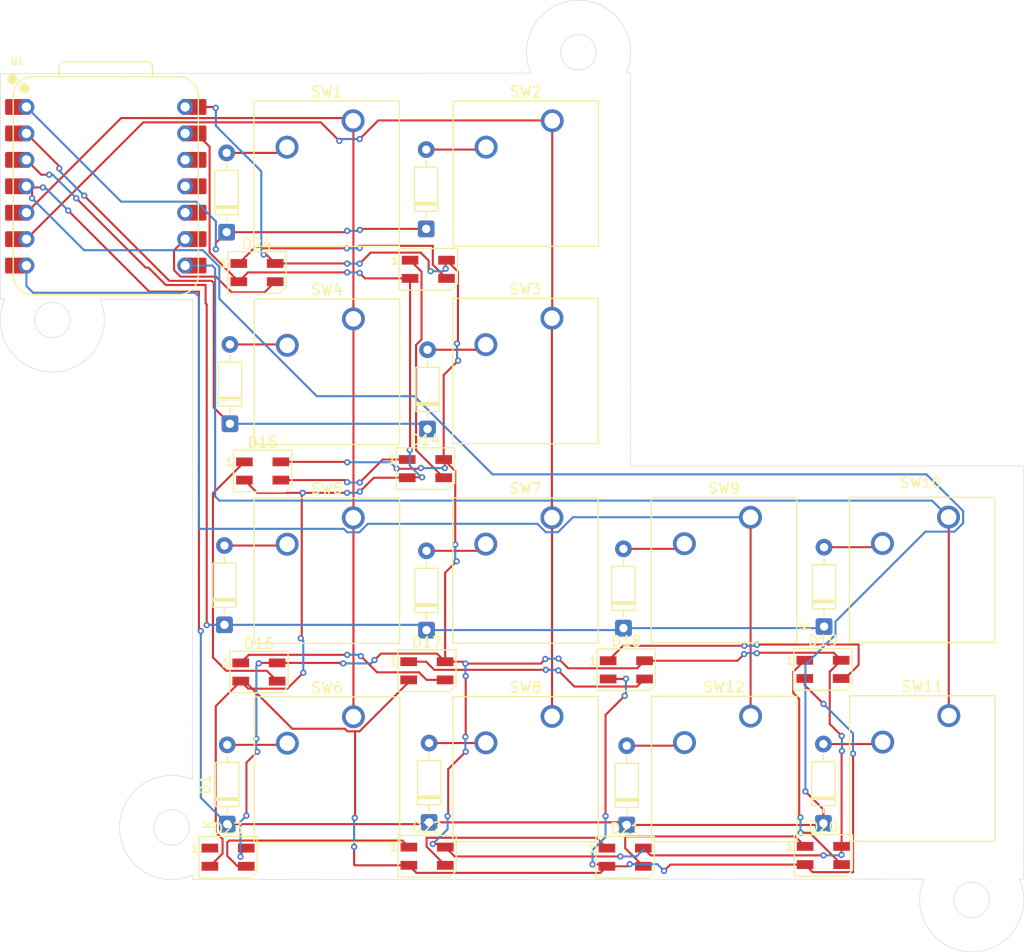
<source format=kicad_pcb>
(kicad_pcb (version 20241229) (generator "pcbnew") (generator_version "9.0")
  (layers (0 "F.Cu" signal) (2 "B.Cu" signal) (13 "F.Paste" user) (15 "B.Paste" user) (5 "F.SilkS" user "F.Silkscreen") (7 "B.SilkS" user "B.Silkscreen") (1 "F.Mask" user) (3 "B.Mask" user) (25 "Edge.Cuts" user))
  (net 0 "")
  (net 1 "Net-(D1-A)")
  (net 2 "row3")
  (net 3 "Net-(D2-A)")
  (net 4 "Net-(D3-A)")
  (net 5 "Net-(D4-A)")
  (net 6 "Net-(D5-A)")
  (net 7 "Net-(D6-A)")
  (net 8 "row2")
  (net 9 "Net-(D7-A)")
  (net 10 "Net-(D8-A)")
  (net 11 "row1")
  (net 12 "Net-(D9-A)")
  (net 13 "Net-(D10-A)")
  (net 14 "Net-(D11-A)")
  (net 15 "Net-(D12-A)")
  (net 16 "row4")
  (net 17 "+5V")
  (net 18 "Net-(D13-DOUT)")
  (net 19 "Net-(D13-DIN)")
  (net 20 "GND")
  (net 21 "Net-(D14-DOUT)")
  (net 22 "Net-(D15-DOUT)")
  (net 23 "Net-(D16-DOUT)")
  (net 24 "Net-(D17-DOUT)")
  (net 25 "Net-(D18-DOUT)")
  (net 26 "Net-(D19-DOUT)")
  (net 27 "Net-(D20-DOUT)")
  (net 28 "Net-(D21-DOUT)")
  (net 29 "Net-(D22-DOUT)")
  (net 31 "Net-(D24-DIN)")
  (net 32 "col1")
  (net 33 "col2")
  (net 34 "col3")
  (net 35 "col4")
  (footprint "Button_Switch_Keyboard:SW_Cherry_MX_1.00u_PCB" (layer "F.Cu") (at 142.385 91.4975)
    (property "Reference" "SW8")
    (property "Value" "SW_Push")
  )
  (footprint "LED_SMD:LED_SK6812MINI_PLCC4_3.5x3.5mm_P1.75mm" (layer "F.Cu") (at 149.402 105.028)
    (property "Reference" "D21")
    (property "Value" "SK6812MINI")
  )
  (footprint "Diode_THT:D_DO-35_SOD27_P7.62mm_Horizontal" (layer "F.Cu") (at 130.426 63.8815 90)
    (property "Reference" "D10" (hide yes))
    (property "Value" "1N4148")
  )
  (footprint "Button_Switch_Keyboard:SW_Cherry_MX_1.00u_PCB" (layer "F.Cu") (at 161.454 91.4725)
    (property "Reference" "SW12")
    (property "Value" "SW_Push")
  )
  (footprint "Button_Switch_Keyboard:SW_Cherry_MX_1.00u_PCB" (layer "F.Cu") (at 123.279 34.2605)
    (property "Reference" "SW1")
    (property "Value" "SW_Push")
  )
  (footprint "Button_Switch_Keyboard:SW_Cherry_MX_1.00u_PCB" (layer "F.Cu") (at 123.307 53.2975)
    (property "Reference" "SW4")
    (property "Value" "SW_Push")
  )
  (footprint "Diode_THT:D_DO-35_SOD27_P7.62mm_Horizontal" (layer "F.Cu") (at 111.448 63.3765 90)
    (property "Reference" "D7" (hide yes))
    (property "Value" "1N4148")
  )
  (footprint "Button_Switch_Keyboard:SW_Cherry_MX_1.00u_PCB" (layer "F.Cu") (at 180.467 72.3445)
    (property "Reference" "SW10")
    (property "Value" "SW_Push")
  )
  (footprint "Diode_THT:D_DO-35_SOD27_P7.62mm_Horizontal" (layer "F.Cu") (at 149.558 101.9315 90)
    (property "Reference" "D5" (hide yes))
    (property "Value" "1N4148")
  )
  (footprint "Button_Switch_Keyboard:SW_Cherry_MX_1.00u_PCB" (layer "F.Cu") (at 161.444 72.3625)
    (property "Reference" "SW9")
    (property "Value" "SW_Push")
  )
  (footprint "Diode_THT:D_DO-35_SOD27_P7.62mm_Horizontal" (layer "F.Cu") (at 168.509 82.8595 90)
    (property "Reference" "D11" (hide yes))
    (property "Value" "1N4148")
  )
  (footprint "Diode_THT:D_DO-35_SOD27_P7.62mm_Horizontal" (layer "F.Cu") (at 111.191 101.8515 90)
    (property "Reference" "D1")
    (property "Value" "1N4148")
  )
  (footprint "LED_SMD:LED_SK6812MINI_PLCC4_3.5x3.5mm_P1.75mm" (layer "F.Cu") (at 111.269 105.029)
    (property "Reference" "D23")
    (property "Value" "SK6812MINI")
  )
  (footprint "LED_SMD:LED_SK6812MINI_PLCC4_3.5x3.5mm_P1.75mm" (layer "F.Cu") (at 168.406 86.981)
    (property "Reference" "D19")
    (property "Value" "SK6812MINI")
  )
  (footprint "LED_SMD:LED_SK6812MINI_PLCC4_3.5x3.5mm_P1.75mm" (layer "F.Cu") (at 130.228 67.689)
    (property "Reference" "D14")
    (property "Value" "SK6812MINI")
  )
  (footprint "Diode_THT:D_DO-35_SOD27_P7.62mm_Horizontal" (layer "F.Cu") (at 149.243 83.0165 90)
    (property "Reference" "D6" (hide yes))
    (property "Value" "1N4148")
  )
  (footprint "Diode_THT:D_DO-35_SOD27_P7.62mm_Horizontal" (layer "F.Cu") (at 130.328 83.2055 90)
    (property "Reference" "D4" (hide yes))
    (property "Value" "1N4148")
  )
  (footprint "LED_SMD:LED_SK6812MINI_PLCC4_3.5x3.5mm_P1.75mm" (layer "F.Cu") (at 114.235 87.233)
    (property "Reference" "D16")
    (property "Value" "SK6812MINI")
  )
  (footprint "LED_SMD:LED_SK6812MINI_PLCC4_3.5x3.5mm_P1.75mm" (layer "F.Cu") (at 114.047 48.848)
    (property "Reference" "D24")
    (property "Value" "SK6812MINI")
  )
  (footprint "Diode_THT:D_DO-35_SOD27_P7.62mm_Horizontal" (layer "F.Cu") (at 130.58 101.6795 90)
    (property "Reference" "D3" (hide yes))
    (property "Value" "1N4148")
  )
  (footprint "Diode_THT:D_DO-35_SOD27_P7.62mm_Horizontal" (layer "F.Cu") (at 130.3 44.6505 90)
    (property "Reference" "D9" (hide yes))
    (property "Value" "1N4148")
  )
  (footprint "Button_Switch_Keyboard:SW_Cherry_MX_1.00u_PCB" (layer "F.Cu") (at 123.313 91.5335)
    (property "Reference" "SW6")
    (property "Value" "SW_Push")
  )
  (footprint "Diode_THT:D_DO-35_SOD27_P7.62mm_Horizontal" (layer "F.Cu") (at 111.133 44.9665 90)
    (property "Reference" "D8" (hide yes))
    (property "Value" "1N4148")
  )
  (footprint "Diode_THT:D_DO-35_SOD27_P7.62mm_Horizontal" (layer "F.Cu") (at 168.446 101.7745 90)
    (property "Reference" "D12" (hide yes))
    (property "Value" "1N4148")
  )
  (footprint "Button_Switch_Keyboard:SW_Cherry_MX_1.00u_PCB" (layer "F.Cu") (at 180.49 91.4265)
    (property "Reference" "SW11")
    (property "Value" "SW_Push")
  )
  (footprint "Button_Switch_Keyboard:SW_Cherry_MX_1.00u_PCB" (layer "F.Cu") (at 142.404 34.259)
    (property "Reference" "SW2")
    (property "Value" "SW_Push")
  )
  (footprint "lib2:XIAO-RP2040-DIP" (layer "F.Cu") (at 99.523 40.557)
    (property "Reference" "U1")
    (property "Value" "XIAO-RP2040-DIP")
  )
  (footprint "LED_SMD:LED_SK6812MINI_PLCC4_3.5x3.5mm_P1.75mm" (layer "F.Cu") (at 130.384 104.934)
    (property "Reference" "D22")
    (property "Value" "SK6812MINI")
  )
  (footprint "LED_SMD:LED_SK6812MINI_PLCC4_3.5x3.5mm_P1.75mm" (layer "F.Cu") (at 168.443 104.864)
    (property "Reference" "D20")
    (property "Value" "SK6812MINI")
  )
  (footprint "Button_Switch_Keyboard:SW_Cherry_MX_1.00u_PCB" (layer "F.Cu") (at 142.37 72.3985)
    (property "Reference" "SW7")
    (property "Value" "SW_Push")
  )
  (footprint "Diode_THT:D_DO-35_SOD27_P7.62mm_Horizontal" (layer "F.Cu") (at 110.919 82.7005 90)
    (property "Reference" "D2" (hide yes))
    (property "Value" "1N4148")
  )
  (footprint "LED_SMD:LED_SK6812MINI_PLCC4_3.5x3.5mm_P1.75mm" (layer "F.Cu") (at 130.364 87.116)
    (property "Reference" "D17")
    (property "Value" "SK6812MINI")
  )
  (footprint "LED_SMD:LED_SK6812MINI_PLCC4_3.5x3.5mm_P1.75mm" (layer "F.Cu") (at 114.588 67.915)
    (property "Reference" "D15")
    (property "Value" "SK6812MINI")
  )
  (footprint "LED_SMD:LED_SK6812MINI_PLCC4_3.5x3.5mm_P1.75mm" (layer "F.Cu") (at 130.499 48.533)
    (property "Reference" "D13" (hide yes))
    (property "Value" "SK6812MINI")
  )
  (footprint "Button_Switch_Keyboard:SW_Cherry_MX_1.00u_PCB" (layer "F.Cu") (at 142.377 53.2325)
    (property "Reference" "SW3")
    (property "Value" "SW_Push")
  )
  (footprint "LED_SMD:LED_SK6812MINI_PLCC4_3.5x3.5mm_P1.75mm" (layer "F.Cu") (at 149.52 87.026)
    (property "Reference" "D18")
    (property "Value" "SK6812MINI")
  )
  (footprint "Button_Switch_Keyboard:SW_Cherry_MX_1.00u_PCB" (layer "F.Cu") (at 123.297 72.4115)
    (property "Reference" "SW5")
    (property "Value" "SW_Push")
  )
  (gr_arc (start 107.831531 106.753399) (mid 100.842496 102.165236) (end 107.84 97.59) (stroke (width 0.05)) (layer "Edge.Cuts"))
  (gr_line (start 89.389 32.721) (end 89.390312 32.303003) (stroke (width 0.05)) (layer "Edge.Cuts"))
  (gr_circle (center 94.39 53.41) (end 95.92 54.15) (stroke (width 0.05)) (fill no) (layer "Edge.Cuts"))
  (gr_line (start 187.688739 104.547115) (end 187.689 104.124) (stroke (width 0.05)) (layer "Edge.Cuts"))
  (gr_line (start 107.84 97.59) (end 107.869 51.416) (stroke (width 0.05)) (layer "Edge.Cuts"))
  (gr_line (start 110.410105 107.168242) (end 107.834399 107.169709) (stroke (width 0.05)) (layer "Edge.Cuts"))
  (gr_line (start 89.390312 32.303003) (end 89.39 29.722977) (stroke (width 0.05)) (layer "Edge.Cuts"))
  (gr_line (start 178.11 107.13) (end 110.835 107.168) (stroke (width 0.05)) (layer "Edge.Cuts"))
  (gr_arc (start 98.972519 51.418906) (mid 94.386844 58.406391) (end 89.81 51.413119) (stroke (width 0.05)) (layer "Edge.Cuts"))
  (gr_line (start 149.929 67.44) (end 187.689 67.44) (stroke (width 0.05)) (layer "Edge.Cuts"))
  (gr_circle (center 144.92 27.68) (end 146.55 28.18) (stroke (width 0.05)) (fill no) (layer "Edge.Cuts"))
  (gr_line (start 149.922 29.683) (end 149.929 67.44) (stroke (width 0.05)) (layer "Edge.Cuts"))
  (gr_line (start 110.410105 107.168242) (end 110.835 107.168) (stroke (width 0.05)) (layer "Edge.Cuts"))
  (gr_line (start 98.972519 51.418907) (end 107.869 51.416) (stroke (width 0.05)) (layer "Edge.Cuts"))
  (gr_line (start 187.689 104.124) (end 187.689 67.44) (stroke (width 0.05)) (layer "Edge.Cuts"))
  (gr_line (start 107.834399 107.169709) (end 107.83153 106.753399) (stroke (width 0.05)) (layer "Edge.Cuts"))
  (gr_line (start 149.5 29.683) (end 149.922 29.683) (stroke (width 0.05)) (layer "Edge.Cuts"))
  (gr_line (start 89.39 29.722977) (end 91.97292 29.721275) (stroke (width 0.05)) (layer "Edge.Cuts"))
  (gr_line (start 92.389 29.721) (end 91.97292 29.721275) (stroke (width 0.05)) (layer "Edge.Cuts"))
  (gr_line (start 89.388997 48.76) (end 89.388997 51.41) (stroke (width 0.05)) (layer "Edge.Cuts"))
  (gr_line (start 140.340505 29.683) (end 92.389 29.721) (stroke (width 0.05)) (layer "Edge.Cuts"))
  (gr_line (start 187.27 107.13) (end 187.690002 107.13) (stroke (width 0.05)) (layer "Edge.Cuts"))
  (gr_arc (start 187.27 107.13) (mid 182.69 114.127639) (end 178.11 107.13) (stroke (width 0.05)) (layer "Edge.Cuts"))
  (gr_arc (start 140.340505 29.684155) (mid 144.91937 22.681159) (end 149.5 29.683) (stroke (width 0.05)) (layer "Edge.Cuts"))
  (gr_line (start 89.388997 51.41) (end 89.810001 51.413119) (stroke (width 0.05)) (layer "Edge.Cuts"))
  (gr_line (start 89.389 32.721) (end 89.388997 48.76) (stroke (width 0.05)) (layer "Edge.Cuts"))
  (gr_line (start 187.688739 104.547115) (end 187.69 107.126) (stroke (width 0.05)) (layer "Edge.Cuts"))
  (gr_circle (center 182.69 109.13) (end 184.05 110.15) (stroke (width 0.05)) (fill no) (layer "Edge.Cuts"))
  (gr_circle (center 105.84 102.169855) (end 107.54 102.169855) (stroke (width 0.05)) (fill no) (layer "Edge.Cuts"))
  (segment (start 116.805 94.2315) (end 116.963 94.0735) (width 0.2) (layer "F.Cu") (net 1))
  (segment (start 111.191 94.2315) (end 116.805 94.2315) (width 0.2) (layer "F.Cu") (net 1))
  (segment (start 105.289 50.042) (end 103.623 48.376) (width 0.2) (layer "F.Cu") (net 2))
  (segment (start 109.112 50.042) (end 105.289 50.042) (width 0.2) (layer "F.Cu") (net 2))
  (segment (start 109.218 51.915058) (end 109.112 51.809058) (width 0.2) (layer "F.Cu") (net 2))
  (segment (start 103.623 48.376) (end 103.35744 48.376) (width 0.2) (layer "F.Cu") (net 2))
  (segment (start 103.35744 48.376) (end 96.686878 41.705438) (width 0.2) (layer "F.Cu") (net 2))
  (segment (start 93.328 39.442) (end 91.903 38.017) (width 0.2) (layer "F.Cu") (net 2))
  (segment (start 94.087 39.442) (end 93.328 39.442) (width 0.2) (layer "F.Cu") (net 2))
  (segment (start 109.218 82.728) (end 109.218 51.915058) (width 0.2) (layer "F.Cu") (net 2))
  (segment (start 109.112 51.809058) (end 109.112 50.042) (width 0.2) (layer "F.Cu") (net 2))
  (via (at 109.218 82.728) (size 0.6) (drill 0.3) (layers "F.Cu" "B.Cu") (net 2))
  (via (at 96.686878 41.705438) (size 0.6) (drill 0.3) (layers "F.Cu" "B.Cu") (net 2))
  (via (at 94.087 39.442) (size 0.6) (drill 0.3) (layers "F.Cu" "B.Cu") (net 2))
  (segment (start 129.823 82.7005) (end 130.328 83.2055) (width 0.2) (layer "B.Cu") (net 2))
  (segment (start 109.2455 82.7005) (end 109.218 82.728) (width 0.2) (layer "B.Cu") (net 2))
  (segment (start 130.328 83.2055) (end 149.054 83.2055) (width 0.2) (layer "B.Cu") (net 2))
  (segment (start 96.686878 41.705438) (end 94.42344 39.442) (width 0.2) (layer "B.Cu") (net 2))
  (segment (start 110.919 82.7005) (end 129.823 82.7005) (width 0.2) (layer "B.Cu") (net 2))
  (segment (start 94.42344 39.442) (end 94.087 39.442) (width 0.2) (layer "B.Cu") (net 2))
  (segment (start 149.243 83.0165) (end 168.352 83.0165) (width 0.2) (layer "B.Cu") (net 2))
  (segment (start 149.054 83.2055) (end 149.243 83.0165) (width 0.2) (layer "B.Cu") (net 2))
  (segment (start 110.919 82.7005) (end 109.2455 82.7005) (width 0.2) (layer "B.Cu") (net 2))
  (segment (start 168.352 83.0165) (end 168.509 82.8595) (width 0.2) (layer "B.Cu") (net 2))
  (segment (start 110.919 75.0805) (end 116.818 75.0805) (width 0.2) (layer "F.Cu") (net 3))
  (segment (start 116.818 75.0805) (end 116.947 74.9515) (width 0.2) (layer "F.Cu") (net 3))
  (segment (start 136.013 94.0595) (end 136.035 94.0375) (width 0.2) (layer "F.Cu") (net 4))
  (segment (start 130.58 94.0595) (end 136.013 94.0595) (width 0.2) (layer "F.Cu") (net 4))
  (segment (start 135.373 75.5855) (end 136.02 74.9385) (width 0.2) (layer "F.Cu") (net 5))
  (segment (start 130.328 75.5855) (end 135.373 75.5855) (width 0.2) (layer "F.Cu") (net 5))
  (segment (start 154.805 94.3115) (end 155.104 94.0125) (width 0.2) (layer "F.Cu") (net 6))
  (segment (start 149.558 94.3115) (end 154.805 94.3115) (width 0.2) (layer "F.Cu") (net 6))
  (segment (start 149.243 75.3965) (end 154.6 75.3965) (width 0.2) (layer "F.Cu") (net 7))
  (segment (start 154.6 75.3965) (end 155.094 74.9025) (width 0.2) (layer "F.Cu") (net 7))
  (segment (start 95.058 38.632) (end 91.903 35.477) (width 0.2) (layer "F.Cu") (net 8))
  (segment (start 105.632 49.641) (end 109.69 49.641) (width 0.2) (layer "F.Cu") (net 8))
  (segment (start 109.898 61.8265) (end 111.448 63.3765) (width 0.2) (layer "F.Cu") (net 8))
  (segment (start 95.058 38.842) (end 95.058 38.632) (width 0.2) (layer "F.Cu") (net 8))
  (segment (start 109.898 49.849) (end 109.898 61.8265) (width 0.2) (layer "F.Cu") (net 8))
  (segment (start 97.447 41.456) (end 105.632 49.641) (width 0.2) (layer "F.Cu") (net 8))
  (segment (start 109.69 49.641) (end 109.898 49.849) (width 0.2) (layer "F.Cu") (net 8))
  (via (at 97.447 41.456) (size 0.6) (drill 0.3) (layers "F.Cu" "B.Cu") (net 8))
  (via (at 95.058 38.842) (size 0.6) (drill 0.3) (layers "F.Cu" "B.Cu") (net 8))
  (segment (start 95.058 39.067) (end 97.447 41.456) (width 0.2) (layer "B.Cu") (net 8))
  (segment (start 95.058 38.842) (end 95.058 39.067) (width 0.2) (layer "B.Cu") (net 8))
  (segment (start 129.921 63.3765) (end 130.426 63.8815) (width 0.2) (layer "B.Cu") (net 8))
  (segment (start 111.448 63.3765) (end 129.921 63.3765) (width 0.2) (layer "B.Cu") (net 8))
  (segment (start 111.448 55.7565) (end 116.876 55.7565) (width 0.2) (layer "F.Cu") (net 9))
  (segment (start 116.876 55.7565) (end 116.957 55.8375) (width 0.2) (layer "F.Cu") (net 9))
  (segment (start 116.383 37.3465) (end 116.929 36.8005) (width 0.2) (layer "F.Cu") (net 10))
  (segment (start 111.133 37.3465) (end 116.383 37.3465) (width 0.2) (layer "F.Cu") (net 10))
  (segment (start 123.925 44.755) (end 124.0295 44.6505) (width 0.2) (layer "F.Cu") (net 11))
  (segment (start 122.5795 44.9665) (end 122.707 44.839) (width 0.2) (layer "F.Cu") (net 11))
  (segment (start 110.095 46.613) (end 110.095 46.0045) (width 0.2) (layer "F.Cu") (net 11))
  (segment (start 111.133 44.9665) (end 122.5795 44.9665) (width 0.2) (layer "F.Cu") (net 11))
  (segment (start 124.0295 44.6505) (end 130.3 44.6505) (width 0.2) (layer "F.Cu") (net 11))
  (segment (start 110.095 46.0045) (end 111.133 44.9665) (width 0.2) (layer "F.Cu") (net 11))
  (via (at 123.925 44.755) (size 0.6) (drill 0.3) (layers "F.Cu" "B.Cu") (net 11))
  (via (at 122.707 44.839) (size 0.6) (drill 0.3) (layers "F.Cu" "B.Cu") (net 11))
  (via (at 110.095 46.613) (size 0.6) (drill 0.3) (layers "F.Cu" "B.Cu") (net 11))
  (segment (start 110.095 43.9285) (end 110.095 46.613) (width 0.2) (layer "B.Cu") (net 11))
  (segment (start 101 42.034) (end 108.2005 42.034) (width 0.2) (layer "B.Cu") (net 11))
  (segment (start 123.841 44.839) (end 123.925 44.755) (width 0.2) (layer "B.Cu") (net 11))
  (segment (start 108.2005 42.034) (end 110.095 43.9285) (width 0.2) (layer "B.Cu") (net 11))
  (segment (start 122.707 44.839) (end 123.841 44.839) (width 0.2) (layer "B.Cu") (net 11))
  (segment (start 101 42.034) (end 91.903 32.937) (width 0.2) (layer "B.Cu") (net 11))
  (segment (start 130.3 37.0305) (end 135.5475 37.0305) (width 0.2) (layer "F.Cu") (net 12))
  (segment (start 130.426 56.2615) (end 135.538 56.2615) (width 0.2) (layer "F.Cu") (net 13))
  (segment (start 135.538 56.2615) (end 136.027 55.7725) (width 0.2) (layer "F.Cu") (net 13))
  (segment (start 168.509 75.2395) (end 173.762 75.2395) (width 0.2) (layer "F.Cu") (net 14))
  (segment (start 173.762 75.2395) (end 174.117 74.8845) (width 0.2) (layer "F.Cu") (net 14))
  (segment (start 173.952 94.1545) (end 174.14 93.9665) (width 0.2) (layer "F.Cu") (net 15))
  (segment (start 168.446 94.1545) (end 173.952 94.1545) (width 0.2) (layer "F.Cu") (net 15))
  (segment (start 92.015735 40.669735) (end 91.903 40.557) (width 0.2) (layer "F.Cu") (net 16))
  (segment (start 92.446735 41.704735) (end 92.446735 41.100735) (width 0.2) (layer "F.Cu") (net 16))
  (segment (start 108.470124 83.11148) (end 108.470124 50.681124) (width 0.2) (layer "F.Cu") (net 16))
  (segment (start 108.470124 50.681124) (end 103.703124 50.681124) (width 0.2) (layer "F.Cu") (net 16))
  (segment (start 93.481735 40.669735) (end 92.015735 40.669735) (width 0.2) (layer "F.Cu") (net 16))
  (segment (start 130.408 101.8515) (end 130.58 101.6795) (width 0.2) (layer "F.Cu") (net 16))
  (segment (start 168.446 101.7745) (end 168.446 100.435) (width 0.2) (layer "F.Cu") (net 16))
  (segment (start 168.289 101.9315) (end 168.446 101.7745) (width 0.2) (layer "F.Cu") (net 16))
  (segment (start 130.58 101.6795) (end 149.306 101.6795) (width 0.2) (layer "F.Cu") (net 16))
  (segment (start 168.446 100.435) (end 166.721 98.71) (width 0.2) (layer "F.Cu") (net 16))
  (segment (start 149.558 101.9315) (end 168.289 101.9315) (width 0.2) (layer "F.Cu") (net 16))
  (segment (start 103.703124 50.681124) (end 95.912 42.89) (width 0.2) (layer "F.Cu") (net 16))
  (segment (start 108.649562 83.290918) (end 108.470124 83.11148) (width 0.2) (layer "F.Cu") (net 16))
  (segment (start 92.446735 41.100735) (end 91.903 40.557) (width 0.2) (layer "F.Cu") (net 16))
  (segment (start 149.306 101.6795) (end 149.558 101.9315) (width 0.2) (layer "F.Cu") (net 16))
  (segment (start 111.191 101.8515) (end 130.408 101.8515) (width 0.2) (layer "F.Cu") (net 16))
  (via (at 166.721 98.71) (size 0.6) (drill 0.3) (layers "F.Cu" "B.Cu") (net 16))
  (via (at 93.481735 40.669735) (size 0.6) (drill 0.3) (layers "F.Cu" "B.Cu") (net 16))
  (via (at 92.446735 41.704735) (size 0.6) (drill 0.3) (layers "F.Cu" "B.Cu") (net 16))
  (via (at 95.912 42.89) (size 0.6) (drill 0.3) (layers "F.Cu" "B.Cu") (net 16))
  (via (at 108.649562 83.290918) (size 0.6) (drill 0.3) (layers "F.Cu" "B.Cu") (net 16))
  (segment (start 97.442 46.7) (end 92.446735 41.704735) (width 0.2) (layer "B.Cu") (net 16))
  (segment (start 178.343812 68.239998) (end 136.670658 68.239998) (width 0.2) (layer "B.Cu") (net 16))
  (segment (start 181.047314 73.7455) (end 181.868 72.924814) (width 0.2) (layer "B.Cu") (net 16))
  (segment (start 136.670658 68.239998) (end 129.15916 60.7285) (width 0.2) (layer "B.Cu") (net 16))
  (segment (start 166.721 98.71) (end 166.721 86.53366) (width 0.2) (layer "B.Cu") (net 16))
  (segment (start 108.8431 46.7) (end 97.442 46.7) (width 0.2) (layer "B.Cu") (net 16))
  (segment (start 178.245314 73.7455) (end 181.047314 73.7455) (width 0.2) (layer "B.Cu") (net 16))
  (segment (start 169.61 83.64466) (end 169.61 82.380814) (width 0.2) (layer "B.Cu") (net 16))
  (segment (start 181.868 71.764186) (end 178.343812 68.239998) (width 0.2) (layer "B.Cu") (net 16))
  (segment (start 169.61 82.380814) (end 178.245314 73.7455) (width 0.2) (layer "B.Cu") (net 16))
  (segment (start 93.691735 40.669735) (end 93.481735 40.669735) (width 0.2) (layer "B.Cu") (net 16))
  (segment (start 110.427 51.362316) (end 110.427 48.2839) (width 0.2) (layer "B.Cu") (net 16))
  (segment (start 129.15916 60.7285) (end 119.793184 60.7285) (width 0.2) (layer "B.Cu") (net 16))
  (segment (start 166.721 86.53366) (end 169.61 83.64466) (width 0.2) (layer "B.Cu") (net 16))
  (segment (start 181.868 72.924814) (end 181.868 71.764186) (width 0.2) (layer "B.Cu") (net 16))
  (segment (start 95.912 42.89) (end 93.691735 40.669735) (width 0.2) (layer "B.Cu") (net 16))
  (segment (start 111.191 101.8515) (end 108.649562 99.310062) (width 0.2) (layer "B.Cu") (net 16))
  (segment (start 108.649562 99.310062) (end 108.649562 83.290918) (width 0.2) (layer "B.Cu") (net 16))
  (segment (start 119.793184 60.7285) (end 110.427 51.362316) (width 0.2) (layer "B.Cu") (net 16))
  (segment (start 110.427 48.2839) (end 108.8431 46.7) (width 0.2) (layer "B.Cu") (net 16))
  (segment (start 113.034 95.935) (end 113.034 101.07) (width 0.2) (layer "F.Cu") (net 17))
  (segment (start 160.188398 86.151) (end 151.27 86.151) (width 0.2) (layer "F.Cu") (net 17))
  (segment (start 133.35 48.759) (end 133.35 55.5725) (width 0.2) (layer "F.Cu") (net 17))
  (segment (start 110.079 33.021) (end 109.995 32.937) (width 0.2) (layer "F.Cu") (net 17))
  (segment (start 151.850673 104.851673) (end 167.734751 104.851673) (width 0.2) (layer "F.Cu") (net 17))
  (segment (start 134.093 94.89) (end 132.41 96.573) (width 0.2) (layer "F.Cu") (net 17))
  (segment (start 151.27 86.151) (end 150.544 86.877) (width 0.2) (layer "F.Cu") (net 17))
  (segment (start 129.553944 67.631) (end 129.794 67.631) (width 0.2) (layer "F.Cu") (net 17))
  (segment (start 150.544 86.877) (end 143.935 86.877) (width 0.2) (layer "F.Cu") (net 17))
  (segment (start 133.35 55.5725) (end 133.261 55.6615) (width 0.2) (layer "F.Cu") (net 17))
  (segment (start 133.361 57.313) (end 131.978 58.696) (width 0.2) (layer "F.Cu") (net 17))
  (segment (start 170.208 93.377) (end 169.055 92.224) (width 0.2) (layer "F.Cu") (net 17))
  (segment (start 132.134 104.059) (end 133.031 104.956) (width 0.2) (layer "F.Cu") (net 17))
  (segment (start 170.156 86.106) (end 169.43 85.38) (width 0.2) (layer "F.Cu") (net 17))
  (segment (start 133.221 76.59) (end 132.114 77.697) (width 0.2) (layer "F.Cu") (net 17))
  (segment (start 141.741 85.985) (end 141.301 86.425) (width 0.2) (layer "F.Cu") (net 17))
  (segment (start 170.182 104.813998) (end 170.182 104) (width 0.2) (layer "F.Cu") (net 17))
  (segment (start 132.08 66.916) (end 131.978 66.814) (width 0.2) (layer "F.Cu") (net 17))
  (segment (start 122.008 86.406) (end 121.96 86.358) (width 0.2) (layer "F.Cu") (net 17))
  (segment (start 132.114 86.241) (end 131.337 85.464) (width 0.2) (layer "F.Cu") (net 17))
  (segment (start 123.907 47.99) (end 124.965 46.932) (width 0.2) (layer "F.Cu") (net 17))
  (segment (start 151.152 104.153) (end 151.850673 104.851673) (width 0.2) (layer "F.Cu") (net 17))
  (segment (start 114.943 47.119) (end 115.797 47.973) (width 0.2) (layer "F.Cu") (net 17))
  (segment (start 132.41 101.0795) (end 132.353 101.0795) (width 0.2) (layer "F.Cu") (net 17))
  (segment (start 132.08 67.638998) (end 132.08 66.916) (width 0.2) (layer "F.Cu") (net 17))
  (segment (start 115.797 47.973) (end 122.69 47.973) (width 0.2) (layer "F.Cu") (net 17))
  (segment (start 130.935528 103.762) (end 131.837 103.762) (width 0.2) (layer "F.Cu") (net 17))
  (segment (start 113.034 101.042) (end 113.031 101.039) (width 0.2) (layer "F.Cu") (net 17))
  (segment (start 124.965 46.932) (end 129.769 46.932) (width 0.2) (layer "F.Cu") (net 17))
  (segment (start 115.985 86.358) (end 114.264 86.358) (width 0.2) (layer "F.Cu") (net 17))
  (segment (start 109.995 32.937) (end 107.143 32.937) (width 0.2) (layer "F.Cu") (net 17))
  (segment (start 170.193 103.989) (end 170.193 94.854) (width 0.2) (layer "F.Cu") (net 17))
  (segment (start 114.687 47.119) (end 114.943 47.119) (width 0.2) (layer "F.Cu") (net 17))
  (segment (start 131.978 58.696) (end 131.978 66.814) (width 0.2) (layer "F.Cu") (net 17))
  (segment (start 130.532 48.539529) (end 130.712908 48.720437) (width 0.2) (layer "F.Cu") (net 17))
  (segment (start 114.264 86.358) (end 114.22 86.402) (width 0.2) (layer "F.Cu") (net 17))
  (segment (start 134.093 93.4295) (end 134.063 93.4595) (width 0.2) (layer "F.Cu") (net 17))
  (segment (start 129.769 46.932) (end 130.532 47.695) (width 0.2) (layer "F.Cu") (net 17))
  (segment (start 127.460054 67.689001) (end 127.472053 67.701) (width 0.2) (layer "F.Cu") (net 17))
  (segment (start 132.249 47.658) (end 133.35 48.759) (width 0.2) (layer "F.Cu") (net 17))
  (segment (start 169.055 92.224) (end 169.055 87.207) (width 0.2) (layer "F.Cu") (net 17))
  (segment (start 131.837 103.762) (end 132.134 104.059) (width 0.2) (layer "F.Cu") (net 17))
  (segment (start 127.472053 67.701) (end 129.483944 67.701) (width 0.2) (layer "F.Cu") (net 17))
  (segment (start 112.463 104.978998) (end 112.463 104.71) (width 0.2) (layer "F.Cu") (net 17))
  (segment (start 130.532 47.695) (end 130.532 48.539529) (width 0.2) (layer "F.Cu") (net 17))
  (segment (start 167.734751 104.851673) (end 168.455327 104.851673) (width 0.2) (layer "F.Cu") (net 17))
  (segment (start 116.338 67.04) (end 122.673 67.04) (width 0.2) (layer "F.Cu") (net 17))
  (segment (start 131.337 85.464) (end 125.955 85.464) (width 0.2) (layer "F.Cu") (net 17))
  (segment (start 170.193 94.854) (end 170.228 94.819) (width 0.2) (layer "F.Cu") (net 17))
  (segment (start 162.098 85.38) (end 162.054 85.424) (width 0.2) (layer "F.Cu") (net 17))
  (segment (start 170.182 104) (end 170.193 103.989) (width 0.2) (layer "F.Cu") (net 17))
  (segment (start 129.483944 67.701) (end 129.495945 67.688999) (width 0.2) (layer "F.Cu") (net 17))
  (segment (start 133.031 104.956) (end 148.952 104.956) (width 0.2) (layer "F.Cu") (net 17))
  (segment (start 143.935 86.877) (end 143.003 85.945) (width 0.2) (layer "F.Cu") (net 17))
  (segment (start 122.69 47.973) (end 122.707 47.99) (width 0.2) (layer "F.Cu") (net 17))
  (segment (start 121.96 86.358) (end 115.985 86.358) (width 0.2) (layer "F.Cu") (net 17))
  (segment (start 133.879 86.241) (end 134.063 86.425) (width 0.2) (layer "F.Cu") (net 17))
  (segment (start 132.114 77.697) (end 132.114 86.241) (width 0.2) (layer "F.Cu") (net 17))
  (segment (start 133.086 67.922) (end 133.086 74.9855) (width 0.2) (layer "F.Cu") (net 17))
  (segment (start 131.978 66.814) (end 133.086 67.922) (width 0.2) (layer "F.Cu") (net 17))
  (segment (start 122.329 86.406) (end 122.008 86.406) (width 0.2) (layer "F.Cu") (net 17))
  (segment (start 132.41 96.573) (end 132.41 101.0795) (width 0.2) (layer "F.Cu") (net 17))
  (segment (start 113.034 101.07) (end 113.034 101.042) (width 0.2) (layer "F.Cu") (net 17))
  (segment (start 129.495945 67.688999) (end 129.553944 67.631) (width 0.2) (layer "F.Cu") (net 17))
  (segment (start 132.114 86.241) (end 133.879 86.241) (width 0.2) (layer "F.Cu") (net 17))
  (segment (start 168.455327 104.851673) (end 168.456235 104.850765) (width 0.2) (layer "F.Cu") (net 17))
  (segment (start 141.301 86.425) (end 134.063 86.425) (width 0.2) (layer "F.Cu") (net 17))
  (segment (start 114.076 94.893) (end 113.034 95.935) (width 0.2) (layer "F.Cu") (net 17))
  (segment (start 169.055 87.207) (end 170.156 86.106) (width 0.2) (layer "F.Cu") (net 17))
  (segment (start 132.166264 48.476734) (end 132.166264 47.740736) (width 0.2) (layer "F.Cu") (net 17))
  (segment (start 134.093 87.625) (end 134.093 93.4295) (width 0.2) (layer "F.Cu") (net 17))
  (segment (start 112.463 104.71) (end 113.019 104.154) (width 0.2) (layer "F.Cu") (net 17))
  (segment (start 114.106 93.5115) (end 113.986 93.6315) (width 0.2) (layer "F.Cu") (net 17))
  (segment (start 160.827824 85.511574) (end 160.188398 86.151) (width 0.2) (layer "F.Cu") (net 17))
  (segment (start 169.43 85.38) (end 162.098 85.38) (width 0.2) (layer "F.Cu") (net 17))
  (segment (start 125.955 85.464) (end 125.334 86.085) (width 0.2) (layer "F.Cu") (net 17))
  (segment (start 122.673 67.04) (end 122.713 67.08) (width 0.2) (layer "F.Cu") (net 17))
  (via (at 127.460054 67.689001) (size 0.6) (drill 0.3) (layers "F.Cu" "B.Cu") (net 17))
  (via (at 125.334 86.085) (size 0.6) (drill 0.3) (layers "F.Cu" "B.Cu") (net 17))
  (via (at 170.208 93.377) (size 0.6) (drill 0.3) (layers "F.Cu" "B.Cu") (net 17))
  (via (at 110.079 33.021) (size 0.6) (drill 0.3) (layers "F.Cu" "B.Cu") (net 17))
  (via (at 134.063 86.425) (size 0.6) (drill 0.3) (layers "F.Cu" "B.Cu") (net 17))
  (via (at 114.22 86.402) (size 0.6) (drill 0.3) (layers "F.Cu" "B.Cu") (net 17))
  (via (at 114.687 47.119) (size 0.6) (drill 0.3) (layers "F.Cu" "B.Cu") (net 17))
  (via (at 114.076 94.893) (size 0.6) (drill 0.3) (layers "F.Cu" "B.Cu") (net 17))
  (via (at 134.093 94.89) (size 0.6) (drill 0.3) (layers "F.Cu" "B.Cu") (net 17))
  (via (at 113.986 93.6315) (size 0.6) (drill 0.3) (layers "F.Cu" "B.Cu") (net 17))
  (via (at 170.182 104.813998) (size 0.6) (drill 0.3) (layers "F.Cu" "B.Cu") (net 17))
  (via (at 134.063 93.4595) (size 0.6) (drill 0.3) (layers "F.Cu" "B.Cu") (net 17))
  (via (at 130.935528 103.762) (size 0.6) (drill 0.3) (layers "F.Cu" "B.Cu") (net 17))
  (via (at 134.093 87.625) (size 0.6) (drill 0.3) (layers "F.Cu" "B.Cu") (net 17))
  (via (at 132.08 67.638998) (size 0.6) (drill 0.3) (layers "F.Cu" "B.Cu") (net 17))
  (via (at 168.456235 104.850765) (size 0.6) (drill 0.3) (layers "F.Cu" "B.Cu") (net 17))
  (via (at 123.907 47.99) (size 0.6) (drill 0.3) (layers "F.Cu" "B.Cu") (net 17))
  (via (at 170.228 94.819) (size 0.6) (drill 0.3) (layers "F.Cu" "B.Cu") (net 17))
  (via (at 133.086 74.9855) (size 0.6) (drill 0.3) (layers "F.Cu" "B.Cu") (net 17))
  (via (at 129.794 67.631) (size 0.6) (drill 0.3) (layers "F.Cu" "B.Cu") (net 17))
  (via (at 132.166264 48.476734) (size 0.6) (drill 0.3) (layers "F.Cu" "B.Cu") (net 17))
  (via (at 141.741 85.985) (size 0.6) (drill 0.3) (layers "F.Cu" "B.Cu") (net 17))
  (via (at 148.952 104.956) (size 0.6) (drill 0.3) (layers "F.Cu" "B.Cu") (net 17))
  (via (at 122.707 47.99) (size 0.6) (drill 0.3) (layers "F.Cu" "B.Cu") (net 17))
  (via (at 133.361 57.313) (size 0.6) (drill 0.3) (layers "F.Cu" "B.Cu") (net 17))
  (via (at 133.221 76.59) (size 0.6) (drill 0.3) (layers "F.Cu" "B.Cu") (net 17))
  (via (at 122.329 86.406) (size 0.6) (drill 0.3) (layers "F.Cu" "B.Cu") (net 17))
  (via (at 132.353 101.0795) (size 0.6) (drill 0.3) (layers "F.Cu" "B.Cu") (net 17))
  (via (at 160.827824 85.511574) (size 0.6) (drill 0.3) (layers "F.Cu" "B.Cu") (net 17))
  (via (at 130.712908 48.720437) (size 0.6) (drill 0.3) (layers "F.Cu" "B.Cu") (net 17))
  (via (at 122.713 67.08) (size 0.6) (drill 0.3) (layers "F.Cu" "B.Cu") (net 17))
  (via (at 162.054 85.424) (size 0.6) (drill 0.3) (layers "F.Cu" "B.Cu") (net 17))
  (via (at 112.463 104.978998) (size 0.6) (drill 0.3) (layers "F.Cu" "B.Cu") (net 17))
  (via (at 133.261 55.6615) (size 0.6) (drill 0.3) (layers "F.Cu" "B.Cu") (net 17))
  (via (at 113.031 101.039) (size 0.6) (drill 0.3) (layers "F.Cu" "B.Cu") (net 17))
  (via (at 143.003 85.945) (size 0.6) (drill 0.3) (layers "F.Cu" "B.Cu") (net 17))
  (segment (start 114.458 46.89) (end 114.687 47.119) (width 0.2) (layer "B.Cu") (net 17))
  (segment (start 134.063 87.595) (end 134.093 87.625) (width 0.2) (layer "B.Cu") (net 17))
  (segment (start 148.952 104.956) (end 150.498 104.956) (width 0.2) (layer "B.Cu") (net 17))
  (segment (start 131.922561 48.720437) (end 132.166264 48.476734) (width 0.2) (layer "B.Cu") (net 17))
  (segment (start 114.458 39.11445) (end 110.101 34.75745) (width 0.2) (layer "B.Cu") (net 17))
  (segment (start 125.013 86.406) (end 122.329 86.406) (width 0.2) (layer "B.Cu") (net 17))
  (segment (start 132.353 101.0795) (end 132.353 102.344528) (width 0.2) (layer "B.Cu") (net 17))
  (segment (start 113.986 94.803) (end 114.076 94.893) (width 0.2) (layer "B.Cu") (net 17))
  (segment (start 170.228 94.819) (end 170.228 93.397) (width 0.2) (layer "B.Cu") (net 17))
  (segment (start 170.228 93.397) (end 170.208 93.377) (width 0.2) (layer "B.Cu") (net 17))
  (segment (start 125.334 86.085) (end 125.013 86.406) (width 0.2) (layer "B.Cu") (net 17))
  (segment (start 126.851054 67.08) (end 127.460054 67.689001) (width 0.2) (layer "B.Cu") (net 17))
  (segment (start 151.199 104.255) (end 151.199 104.223) (width 0.2) (layer "B.Cu") (net 17))
  (segment (start 134.063 86.425) (end 134.063 87.595) (width 0.2) (layer "B.Cu") (net 17))
  (segment (start 122.713 67.08) (end 126.851054 67.08) (width 0.2) (layer "B.Cu") (net 17))
  (segment (start 143.003 85.945) (end 141.781 85.945) (width 0.2) (layer "B.Cu") (net 17))
  (segment (start 114.22 86.402) (end 113.986 86.636) (width 0.2) (layer "B.Cu") (net 17))
  (segment (start 110.101 33.043) (end 110.079 33.021) (width 0.2) (layer "B.Cu") (net 17))
  (segment (start 122.707 47.99) (end 123.907 47.99) (width 0.2) (layer "B.Cu") (net 17))
  (segment (start 113.986 86.636) (end 113.986 93.6315) (width 0.2) (layer "B.Cu") (net 17))
  (segment (start 160.915398 85.424) (end 160.827824 85.511574) (width 0.2) (layer "B.Cu") (net 17))
  (segment (start 133.086 74.9855) (end 133.086 76.455) (width 0.2) (layer "B.Cu") (net 17))
  (segment (start 132.353 102.344528) (end 130.935528 103.762) (width 0.2) (layer "B.Cu") (net 17))
  (segment (start 150.498 104.956) (end 151.199 104.255) (width 0.2) (layer "B.Cu") (net 17))
  (segment (start 114.458 46.681) (end 114.458 46.89) (width 0.2) (layer "B.Cu") (net 17))
  (segment (start 114.458 39.11445) (end 114.458 46.681) (width 0.2) (layer "B.Cu") (net 17))
  (segment (start 162.054 85.424) (end 160.915398 85.424) (width 0.2) (layer "B.Cu") (net 17))
  (segment (start 129.794 67.631) (end 129.801998 67.638998) (width 0.2) (layer "B.Cu") (net 17))
  (segment (start 133.261 57.213) (end 133.361 57.313) (width 0.2) (layer "B.Cu") (net 17))
  (segment (start 113.986 93.6315) (end 113.986 94.803) (width 0.2) (layer "B.Cu") (net 17))
  (segment (start 168.456235 104.850765) (end 170.145233 104.850765) (width 0.2) (layer "B.Cu") (net 17))
  (segment (start 133.261 55.6615) (end 133.261 57.213) (width 0.2) (layer "B.Cu") (net 17))
  (segment (start 170.145233 104.850765) (end 170.182 104.813998) (width 0.2) (layer "B.Cu") (net 17))
  (segment (start 130.712908 48.720437) (end 131.922561 48.720437) (width 0.2) (layer "B.Cu") (net 17))
  (segment (start 134.063 93.4595) (end 134.063 94.86) (width 0.2) (layer "B.Cu") (net 17))
  (segment (start 141.781 85.945) (end 141.741 85.985) (width 0.2) (layer "B.Cu") (net 17))
  (segment (start 112.463 101.607) (end 112.463 104.978998) (width 0.2) (layer "B.Cu") (net 17))
  (segment (start 113.031 101.039) (end 112.463 101.607) (width 0.2) (layer "B.Cu") (net 17))
  (segment (start 134.063 94.86) (end 134.093 94.89) (width 0.2) (layer "B.Cu") (net 17))
  (segment (start 110.101 34.75745) (end 110.101 33.043) (width 0.2) (layer "B.Cu") (net 17))
  (segment (start 129.801998 67.638998) (end 132.08 67.638998) (width 0.2) (layer "B.Cu") (net 17))
  (segment (start 133.086 76.455) (end 133.221 76.59) (width 0.2) (layer "B.Cu") (net 17))
  (segment (start 129.325 55.80545) (end 129.325 65.911) (width 0.2) (layer "F.Cu") (net 18))
  (segment (start 128.749 47.658) (end 129.85 48.759) (width 0.2) (layer "F.Cu") (net 18))
  (segment (start 129.325 65.911) (end 131.978 68.564) (width 0.2) (layer "F.Cu") (net 18))
  (segment (start 129.85 48.759) (end 129.85 55.28045) (width 0.2) (layer "F.Cu") (net 18))
  (segment (start 129.85 55.28045) (end 129.325 55.80545) (width 0.2) (layer "F.Cu") (net 18))
  (segment (start 124.118 46.278) (end 130.933 46.278) (width 0.2) (layer "F.Cu") (net 19))
  (segment (start 112.297 47.973) (end 113.751 46.519) (width 0.2) (layer "F.Cu") (net 19))
  (segment (start 123.907 46.489) (end 124.118 46.278) (width 0.2) (layer "F.Cu") (net 19))
  (segment (start 113.751 46.519) (end 122.669 46.519) (width 0.2) (layer "F.Cu") (net 19))
  (segment (start 130.933 46.278) (end 130.933 48.092) (width 0.2) (layer "F.Cu") (net 19))
  (segment (start 130.933 48.092) (end 132.249 49.408) (width 0.2) (layer "F.Cu") (net 19))
  (via (at 122.669 46.519) (size 0.6) (drill 0.3) (layers "F.Cu" "B.Cu") (net 19))
  (via (at 123.907 46.489) (size 0.6) (drill 0.3) (layers "F.Cu" "B.Cu") (net 19))
  (segment (start 122.669 46.519) (end 123.877 46.519) (width 0.2) (layer "B.Cu") (net 19))
  (segment (start 123.877 46.519) (end 123.907 46.489) (width 0.2) (layer "B.Cu") (net 19))
  (segment (start 110.74 104.683) (end 110.74 103.28666) (width 0.2) (layer "F.Cu") (net 20))
  (segment (start 114.063 70.015) (end 118.431 70.015) (width 0.2) (layer "F.Cu") (net 20))
  (segment (start 153.748064 105.739) (end 166.693 105.739) (width 0.2) (layer "F.Cu") (net 20))
  (segment (start 125.261 68.564) (end 128.478 68.564) (width 0.2) (layer "F.Cu") (net 20))
  (segment (start 117.435907 92.683907) (end 122.482093 92.683907) (width 0.2) (layer "F.Cu") (net 20))
  (segment (start 128.614 88.213814) (end 128.614 87.991) (width 0.2) (layer "F.Cu") (net 20))
  (segment (start 113.211 88.834) (end 116.96 88.834) (width 0.2) (layer "F.Cu") (net 20))
  (segment (start 116.96 88.834) (end 118.491 87.303) (width 0.2) (layer "F.Cu") (net 20))
  (segment (start 146.271 105.719) (end 147.468 105.719) (width 0.2) (layer "F.Cu") (net 20))
  (segment (start 147.468 105.719) (end 147.652 105.903) (width 0.2) (layer "F.Cu") (net 20))
  (segment (start 122.482093 92.683907) (end 122.732686 92.9345) (width 0.2) (layer "F.Cu") (net 20))
  (segment (start 109.495 36.75137) (end 108.22063 35.477) (width 0.2) (layer "F.Cu") (net 20))
  (segment (start 147.77 87.901) (end 149.46 87.901) (width 0.2) (layer "F.Cu") (net 20))
  (segment (start 123.907 48.895) (end 124.42 49.408) (width 0.2) (layer "F.Cu") (net 20))
  (segment (start 108.22063 35.477) (end 107.143 35.477) (width 0.2) (layer "F.Cu") (net 20))
  (segment (start 112.297 49.723) (end 113.186 48.834) (width 0.2) (layer "F.Cu") (net 20))
  (segment (start 166.656 88.498) (end 166.656 87.856) (width 0.2) (layer "F.Cu") (net 20))
  (segment (start 124.42 49.408) (end 128.749 49.408) (width 0.2) (layer "F.Cu") (net 20))
  (segment (start 122.732686 92.9345) (end 123.466 92.9345) (width 0.2) (layer "F.Cu") (net 20))
  (segment (start 129.36 106.535) (end 147.02 106.535) (width 0.2) (layer "F.Cu") (net 20))
  (segment (start 166.693 105.739) (end 167.419 106.465) (width 0.2) (layer "F.Cu") (net 20))
  (segment (start 112.485 88.108) (end 112.86 88.108) (width 0.2) (layer "F.Cu") (net 20))
  (segment (start 167.419 106.465) (end 171.294 106.465) (width 0.2) (layer "F.Cu") (net 20))
  (segment (start 123.466 92.9345) (end 123.893314 92.9345) (width 0.2) (layer "F.Cu") (net 20))
  (segment (start 123.466 101.2215) (end 123.466 92.9345) (width 0.2) (layer "F.Cu") (net 20))
  (segment (start 112.838 68.79) (end 114.063 70.015) (width 0.2) (layer "F.Cu") (net 20))
  (segment (start 123.375 105.723) (end 123.375 104.028) (width 0.2) (layer "F.Cu") (net 20))
  (segment (start 128.634 105.809) (end 123.461 105.809) (width 0.2) (layer "F.Cu") (net 20))
  (segment (start 112.297 49.723) (end 109.495 46.921) (width 0.2) (layer "F.Cu") (net 20))
  (segment (start 118.25 83.998) (end 118.348 83.9) (width 0.2) (layer "F.Cu") (net 20))
  (segment (start 118.348 70.098) (end 118.431 70.015) (width 0.2) (layer "F.Cu") (net 20))
  (segment (start 109.495 46.921) (end 109.495 36.75137) (width 0.2) (layer "F.Cu") (net 20))
  (segment (start 123.893314 92.9345) (end 128.614 88.213814) (width 0.2) (layer "F.Cu") (net 20))
  (segment (start 147.652 105.903) (end 149.646998 105.903) (width 0.2) (layer "F.Cu") (net 20))
  (segment (start 128.749 49.408) (end 128.749 65.864998) (width 0.2) (layer "F.Cu") (net 20))
  (segment (start 123.461 105.809) (end 123.406 105.754) (width 0.2) (layer "F.Cu") (net 20))
  (segment (start 149.362 89.518) (end 147.523 91.357) (width 0.2) (layer "F.Cu") (net 20))
  (segment (start 128.521 68.521) (end 128.478 68.564) (width 0.2) (layer "F.Cu") (net 20))
  (segment (start 147.523 91.357) (end 147.523 101.0795) (width 0.2) (layer "F.Cu") (net 20))
  (segment (start 168.455 90.297) (end 166.656 88.498) (width 0.2) (layer "F.Cu") (net 20))
  (segment (start 147.02 106.535) (end 147.652 105.903) (width 0.2) (layer "F.Cu") (net 20))
  (segment (start 153.142895 106.344169) (end 153.748064 105.739) (width 0.2) (layer "F.Cu") (net 20))
  (segment (start 128.634 105.809) (end 129.36 106.535) (width 0.2) (layer "F.Cu") (net 20))
  (segment (start 149.46 87.901) (end 149.482 87.879) (width 0.2) (layer "F.Cu") (net 20))
  (segment (start 129.902 68.521) (end 128.521 68.521) (width 0.2) (layer "F.Cu") (net 20))
  (segment (start 110.09 102.63666) (end 110.09 90.503) (width 0.2) (layer "F.Cu") (net 20))
  (segment (start 112.485 88.108) (end 113.211 88.834) (width 0.2) (layer "F.Cu") (net 20))
  (segment (start 112.86 88.108) (end 117.435907 92.683907) (width 0.2) (layer "F.Cu") (net 20))
  (segment (start 171.294 95.082) (end 171.287 95.075) (width 0.2) (layer "F.Cu") (net 20))
  (segment (start 118.348 83.9) (end 118.348 70.098) (width 0.2) (layer "F.Cu") (net 20))
  (segment (start 128.749 65.864998) (end 128.725 65.888998) (width 0.2) (layer "F.Cu") (net 20))
  (segment (start 109.519 105.904) (end 110.74 104.683) (width 0.2) (layer "F.Cu") (net 20))
  (segment (start 123.93 69.895) (end 125.261 68.564) (width 0.2) (layer "F.Cu") (net 20))
  (segment (start 110.09 90.503) (end 112.485 88.108) (width 0.2) (layer "F.Cu") (net 20))
  (segment (start 113.186 48.834) (end 122.707 48.834) (width 0.2) (layer "F.Cu") (net 20))
  (segment (start 123.406 105.754) (end 123.375 105.723) (width 0.2) (layer "F.Cu") (net 20))
  (segment (start 171.294 106.465) (end 171.294 95.082) (width 0.2) (layer "F.Cu") (net 20))
  (segment (start 123.436 101.2515) (end 123.466 101.2215) (width 0.2) (layer "F.Cu") (net 20))
  (segment (start 149.646998 105.903) (end 149.851998 105.698) (width 0.2) (layer "F.Cu") (net 20))
  (segment (start 118.431 70.015) (end 122.698 70.015) (width 0.2) (layer "F.Cu") (net 20))
  (segment (start 110.74 103.28666) (end 110.09 102.63666) (width 0.2) (layer "F.Cu") (net 20))
  (via (at 168.455 90.297) (size 0.6) (drill 0.3) (layers "F.Cu" "B.Cu") (net 20))
  (via (at 129.902 68.521) (size 0.6) (drill 0.3) (layers "F.Cu" "B.Cu") (net 20))
  (via (at 153.142895 106.344169) (size 0.6) (drill 0.3) (layers "F.Cu" "B.Cu") (net 20))
  (via (at 123.436 101.2515) (size 0.6) (drill 0.3) (layers "F.Cu" "B.Cu") (net 20))
  (via (at 118.25 83.998) (size 0.6) (drill 0.3) (layers "F.Cu" "B.Cu") (net 20))
  (via (at 147.523 101.0795) (size 0.6) (drill 0.3) (layers "F.Cu" "B.Cu") (net 20))
  (via (at 146.271 105.719) (size 0.6) (drill 0.3) (layers "F.Cu" "B.Cu") (net 20))
  (via (at 118.431 70.015) (size 0.6) (drill 0.3) (layers "F.Cu" "B.Cu") (net 20))
  (via (at 128.725 65.888998) (size 0.6) (drill 0.3) (layers "F.Cu" "B.Cu") (net 20))
  (via (at 122.707 48.834) (size 0.6) (drill 0.3) (layers "F.Cu" "B.Cu") (net 20))
  (via (at 171.287 95.075) (size 0.6) (drill 0.3) (layers "F.Cu" "B.Cu") (net 20))
  (via (at 123.93 69.895) (size 0.6) (drill 0.3) (layers "F.Cu" "B.Cu") (net 20))
  (via (at 149.362 89.518) (size 0.6) (drill 0.3) (layers "F.Cu" "B.Cu") (net 20))
  (via (at 122.698 70.015) (size 0.6) (drill 0.3) (layers "F.Cu" "B.Cu") (net 20))
  (via (at 149.482 87.879) (size 0.6) (drill 0.3) (layers "F.Cu" "B.Cu") (net 20))
  (via (at 149.851998 105.698) (size 0.6) (drill 0.3) (layers "F.Cu" "B.Cu") (net 20))
  (via (at 123.375 104.028) (size 0.6) (drill 0.3) (layers "F.Cu" "B.Cu") (net 20))
  (via (at 123.907 48.895) (size 0.6) (drill 0.3) (layers "F.Cu" "B.Cu") (net 20))
  (via (at 118.491 87.303) (size 0.6) (drill 0.3) (layers "F.Cu" "B.Cu") (net 20))
  (segment (start 149.482 89.398) (end 149.362 89.518) (width 0.2) (layer "B.Cu") (net 20))
  (segment (start 122.698 70.015) (end 123.81 70.015) (width 0.2) (layer "B.Cu") (net 20))
  (segment (start 149.851998 105.698) (end 152.496726 105.698) (width 0.2) (layer "B.Cu") (net 20))
  (segment (start 123.81 70.015) (end 123.93 69.895) (width 0.2) (layer "B.Cu") (net 20))
  (segment (start 118.491 84.239) (end 118.25 83.998) (width 0.2) (layer "B.Cu") (net 20))
  (segment (start 147.523 103.082) (end 147.337 103.268) (width 0.2) (layer "B.Cu") (net 20))
  (segment (start 128.725 65.888998) (end 128.725 67.411943) (width 0.2) (layer "B.Cu") (net 20))
  (segment (start 152.496726 105.698) (end 153.142895 106.344169) (width 0.2) (layer "B.Cu") (net 20))
  (segment (start 122.707 48.834) (end 123.846 48.834) (width 0.2) (layer "B.Cu") (net 20))
  (segment (start 123.375 104.028) (end 123.375 101.3125) (width 0.2) (layer "B.Cu") (net 20))
  (segment (start 171.287 95.075) (end 171.287 93.129) (width 0.2) (layer "B.Cu") (net 20))
  (segment (start 123.375 101.3125) (end 123.436 101.2515) (width 0.2) (layer "B.Cu") (net 20))
  (segment (start 128.725 67.411943) (end 129.834057 68.521) (width 0.2) (layer "B.Cu") (net 20))
  (segment (start 129.834057 68.521) (end 129.902 68.521) (width 0.2) (layer "B.Cu") (net 20))
  (segment (start 171.287 93.129) (end 168.455 90.297) (width 0.2) (layer "B.Cu") (net 20))
  (segment (start 149.482 87.879) (end 149.482 89.398) (width 0.2) (layer "B.Cu") (net 20))
  (segment (start 146.271 104.334) (end 146.271 105.719) (width 0.2) (layer "B.Cu") (net 20))
  (segment (start 123.846 48.834) (end 123.907 48.895) (width 0.2) (layer "B.Cu") (net 20))
  (segment (start 147.523 101.0795) (end 147.523 103.082) (width 0.2) (layer "B.Cu") (net 20))
  (segment (start 147.337 103.268) (end 146.271 104.334) (width 0.2) (layer "B.Cu") (net 20))
  (segment (start 118.491 87.303) (end 118.491 84.239) (width 0.2) (layer "B.Cu") (net 20))
  (segment (start 122.699 68.996) (end 122.493 68.79) (width 0.2) (layer "F.Cu") (net 21))
  (segment (start 128.478 66.814) (end 126.125 66.814) (width 0.2) (layer "F.Cu") (net 21))
  (segment (start 126.125 66.814) (end 123.913 69.026) (width 0.2) (layer "F.Cu") (net 21))
  (segment (start 122.493 68.79) (end 116.338 68.79) (width 0.2) (layer "F.Cu") (net 21))
  (via (at 122.699 68.996) (size 0.6) (drill 0.3) (layers "F.Cu" "B.Cu") (net 21))
  (via (at 123.913 69.026) (size 0.6) (drill 0.3) (layers "F.Cu" "B.Cu") (net 21))
  (segment (start 123.913 69.026) (end 122.729 69.026) (width 0.2) (layer "B.Cu") (net 21))
  (segment (start 122.729 69.026) (end 122.699 68.996) (width 0.2) (layer "B.Cu") (net 21))
  (segment (start 112.838 67.04) (end 109.818 70.06) (width 0.2) (layer "F.Cu") (net 22))
  (segment (start 111.1 87.116) (end 114.993 87.116) (width 0.2) (layer "F.Cu") (net 22))
  (segment (start 114.993 87.116) (end 115.985 88.108) (width 0.2) (layer "F.Cu") (net 22))
  (segment (start 109.818 70.06) (end 109.818 85.834) (width 0.2) (layer "F.Cu") (net 22))
  (segment (start 109.818 85.834) (end 111.1 87.116) (width 0.2) (layer "F.Cu") (net 22))
  (segment (start 129.61 87.265) (end 130.336 87.991) (width 0.2) (layer "F.Cu") (net 23))
  (segment (start 124.022 85.703) (end 125.584 87.265) (width 0.2) (layer "F.Cu") (net 23))
  (segment (start 113.26 85.583) (end 122.713 85.583) (width 0.2) (layer "F.Cu") (net 23))
  (segment (start 112.485 86.358) (end 113.26 85.583) (width 0.2) (layer "F.Cu") (net 23))
  (segment (start 130.336 87.991) (end 132.114 87.991) (width 0.2) (layer "F.Cu") (net 23))
  (segment (start 125.584 87.265) (end 129.61 87.265) (width 0.2) (layer "F.Cu") (net 23))
  (via (at 124.022 85.703) (size 0.6) (drill 0.3) (layers "F.Cu" "B.Cu") (net 23))
  (via (at 122.713 85.583) (size 0.6) (drill 0.3) (layers "F.Cu" "B.Cu") (net 23))
  (segment (start 122.713 85.583) (end 123.902 85.583) (width 0.2) (layer "B.Cu") (net 23))
  (segment (start 123.902 85.583) (end 124.022 85.703) (width 0.2) (layer "B.Cu") (net 23))
  (segment (start 144.527 88.627) (end 142.985 87.085) (width 0.2) (layer "F.Cu") (net 24))
  (segment (start 131.071 87.025) (end 141.785 87.025) (width 0.2) (layer "F.Cu") (net 24))
  (segment (start 151.27 87.901) (end 150.544 88.627) (width 0.2) (layer "F.Cu") (net 24))
  (segment (start 150.544 88.627) (end 144.527 88.627) (width 0.2) (layer "F.Cu") (net 24))
  (segment (start 128.614 86.241) (end 130.287 86.241) (width 0.2) (layer "F.Cu") (net 24))
  (segment (start 130.287 86.241) (end 131.071 87.025) (width 0.2) (layer "F.Cu") (net 24))
  (via (at 142.985 87.085) (size 0.6) (drill 0.3) (layers "F.Cu" "B.Cu") (net 24))
  (via (at 141.785 87.025) (size 0.6) (drill 0.3) (layers "F.Cu" "B.Cu") (net 24))
  (segment (start 141.785 87.025) (end 142.925 87.025) (width 0.2) (layer "B.Cu") (net 24))
  (segment (start 142.925 87.025) (end 142.985 87.085) (width 0.2) (layer "B.Cu") (net 24))
  (segment (start 147.77 86.151) (end 149.209 84.712) (width 0.2) (layer "F.Cu") (net 25))
  (segment (start 171.83 86.557) (end 170.531 87.856) (width 0.2) (layer "F.Cu") (net 25))
  (segment (start 162.054 84.621) (end 162.084 84.591) (width 0.2) (layer "F.Cu") (net 25))
  (segment (start 170.531 87.856) (end 170.156 87.856) (width 0.2) (layer "F.Cu") (net 25))
  (segment (start 162.084 84.591) (end 171.83 84.591) (width 0.2) (layer "F.Cu") (net 25))
  (segment (start 149.209 84.712) (end 160.854 84.712) (width 0.2) (layer "F.Cu") (net 25))
  (segment (start 171.83 84.591) (end 171.83 86.557) (width 0.2) (layer "F.Cu") (net 25))
  (via (at 160.854 84.712) (size 0.6) (drill 0.3) (layers "F.Cu" "B.Cu") (net 25))
  (via (at 162.054 84.621) (size 0.6) (drill 0.3) (layers "F.Cu" "B.Cu") (net 25))
  (segment (start 160.854 84.712) (end 161.963 84.712) (width 0.2) (layer "B.Cu") (net 25))
  (segment (start 161.963 84.712) (end 162.054 84.621) (width 0.2) (layer "B.Cu") (net 25))
  (segment (start 166.121 101.089) (end 166.241 101.209) (width 0.2) (layer "F.Cu") (net 26))
  (segment (start 167.135 102.681) (end 170.193 105.739) (width 0.2) (layer "F.Cu") (net 26))
  (segment (start 166.121 89.82) (end 166.121 100.578) (width 0.2) (layer "F.Cu") (net 26))
  (segment (start 166.656 86.106) (end 165.555 87.207) (width 0.2) (layer "F.Cu") (net 26))
  (segment (start 166.271 102.681) (end 167.135 102.681) (width 0.2) (layer "F.Cu") (net 26))
  (segment (start 165.555 87.207) (end 165.555 89.254) (width 0.2) (layer "F.Cu") (net 26))
  (segment (start 165.555 89.254) (end 165.79 89.489) (width 0.2) (layer "F.Cu") (net 26))
  (segment (start 166.121 100.578) (end 166.121 101.089) (width 0.2) (layer "F.Cu") (net 26))
  (segment (start 165.79 89.489) (end 166.121 89.82) (width 0.2) (layer "F.Cu") (net 26))
  (via (at 166.241 101.209) (size 0.6) (drill 0.3) (layers "F.Cu" "B.Cu") (net 26))
  (via (at 166.271 102.681) (size 0.6) (drill 0.3) (layers "F.Cu" "B.Cu") (net 26))
  (segment (start 166.241 101.209) (end 166.241 102.651) (width 0.2) (layer "B.Cu") (net 26))
  (segment (start 166.241 102.651) (end 166.271 102.681) (width 0.2) (layer "B.Cu") (net 26))
  (segment (start 166.693 103.989) (end 165.7365 103.0325) (width 0.2) (layer "F.Cu") (net 27))
  (segment (start 149.413 103.0325) (end 149.413 104.164) (width 0.2) (layer "F.Cu") (net 27))
  (segment (start 165.7365 103.0325) (end 149.413 103.0325) (width 0.2) (layer "F.Cu") (net 27))
  (segment (start 149.413 104.164) (end 151.152 105.903) (width 0.2) (layer "F.Cu") (net 27))
  (segment (start 130.332 103.162) (end 130.332 104.007) (width 0.2) (layer "F.Cu") (net 28))
  (segment (start 146.661 103.162) (end 130.332 103.162) (width 0.2) (layer "F.Cu") (net 28))
  (segment (start 147.652 104.153) (end 146.661 103.162) (width 0.2) (layer "F.Cu") (net 28))
  (segment (start 130.332 104.007) (end 132.134 105.809) (width 0.2) (layer "F.Cu") (net 28))
  (segment (start 111.191 103.613) (end 111.191 104.905) (width 0.2) (layer "F.Cu") (net 29))
  (segment (start 128.634 104.059) (end 128.003 103.428) (width 0.2) (layer "F.Cu") (net 29))
  (segment (start 128.003 103.428) (end 111.376 103.428) (width 0.2) (layer "F.Cu") (net 29))
  (segment (start 112.19 105.904) (end 113.019 105.904) (width 0.2) (layer "F.Cu") (net 29))
  (segment (start 111.376 103.428) (end 111.191 103.613) (width 0.2) (layer "F.Cu") (net 29))
  (segment (start 111.191 104.905) (end 112.19 105.904) (width 0.2) (layer "F.Cu") (net 29))
  (segment (start 114.767 50.753) (end 111.613 50.753) (width 0.2) (layer "F.Cu") (net 31))
  (segment (start 106.70269 49.24) (end 106.08 48.61731) (width 0.2) (layer "F.Cu") (net 31))
  (segment (start 106.08 48.61731) (end 106.08 46.7) (width 0.2) (layer "F.Cu") (net 31))
  (segment (start 110.1 49.24) (end 106.70269 49.24) (width 0.2) (layer "F.Cu") (net 31))
  (segment (start 111.613 50.753) (end 110.1 49.24) (width 0.2) (layer "F.Cu") (net 31))
  (segment (start 115.797 49.723) (end 114.767 50.753) (width 0.2) (layer "F.Cu") (net 31))
  (segment (start 106.08 46.7) (end 107.143 45.637) (width 0.2) (layer "F.Cu") (net 31))
  (segment (start 123.0185 34) (end 101 34) (width 0.2) (layer "F.Cu") (net 32))
  (segment (start 101 34) (end 91.903 43.097) (width 0.2) (layer "F.Cu") (net 32))
  (segment (start 123.313 53.3035) (end 123.307 53.2975) (width 0.2) (layer "F.Cu") (net 32))
  (segment (start 123.313 91.5335) (end 123.313 53.3035) (width 0.2) (layer "F.Cu") (net 32))
  (segment (start 123.313 91.5335) (end 123.313 72.4275) (width 0.2) (layer "F.Cu") (net 32))
  (segment (start 123.313 72.4275) (end 123.297 72.4115) (width 0.2) (layer "F.Cu") (net 32))
  (segment (start 123.307 34.2885) (end 123.279 34.2605) (width 0.2) (layer "F.Cu") (net 32))
  (segment (start 123.279 34.2605) (end 123.0185 34) (width 0.2) (layer "F.Cu") (net 32))
  (segment (start 123.307 53.2975) (end 123.307 34.2885) (width 0.2) (layer "F.Cu") (net 32))
  (segment (start 142.37 72.3985) (end 142.37 53.425) (width 0.2) (layer "F.Cu") (net 33))
  (segment (start 120.173 34.414) (end 103.126 34.414) (width 0.2) (layer "F.Cu") (net 33))
  (segment (start 142.404 53.2055) (end 142.377 53.2325) (width 0.2) (layer "F.Cu") (net 33))
  (segment (start 103.126 34.414) (end 91.903 45.637) (width 0.2) (layer "F.Cu") (net 33))
  (segment (start 142.385 91.4975) (end 142.385 72.4135) (width 0.2) (layer "F.Cu") (net 33))
  (segment (start 142.404 34.259) (end 142.404 53.2055) (width 0.2) (layer "F.Cu") (net 33))
  (segment (start 142.37 53.425) (end 142.1775 53.2325) (width 0.2) (layer "F.Cu") (net 33))
  (segment (start 125.6945 34.2295) (end 123.907 36.017) (width 0.2) (layer "F.Cu") (net 33))
  (segment (start 121.956 36.197) (end 120.173 34.414) (width 0.2) (layer "F.Cu") (net 33))
  (segment (start 142.363 34.2295) (end 125.6945 34.2295) (width 0.2) (layer "F.Cu") (net 33))
  (segment (start 142.385 72.4135) (end 142.37 72.3985) (width 0.2) (layer "F.Cu") (net 33))
  (segment (start 142.1775 53.2325) (end 142.377 53.2325) (width 0.2) (layer "F.Cu") (net 33))
  (via (at 121.956 36.197) (size 0.6) (drill 0.3) (layers "F.Cu" "B.Cu") (net 33))
  (via (at 123.907 36.017) (size 0.6) (drill 0.3) (layers "F.Cu" "B.Cu") (net 33))
  (segment (start 122.136 36.017) (end 121.956 36.197) (width 0.2) (layer "B.Cu") (net 33))
  (segment (start 123.907 36.017) (end 122.136 36.017) (width 0.2) (layer "B.Cu") (net 33))
  (segment (start 161.454 91.4725) (end 161.454 72.3725) (width 0.2) (layer "F.Cu") (net 34))
  (segment (start 161.454 72.3725) (end 161.444 72.3625) (width 0.2) (layer "F.Cu") (net 34))
  (segment (start 91.903 50.152) (end 91.903 48.177) (width 0.2) (layer "B.Cu") (net 34))
  (segment (start 142.950314 73.7995) (end 141.789686 73.7995) (width 0.2) (layer "B.Cu") (net 34))
  (segment (start 108.47 51.416667) (end 108.470152 51.16721) (width 0.2) (layer "B.Cu") (net 34))
  (segment (start 141.789686 73.7995) (end 140.982 72.991814) (width 0.2) (layer "B.Cu") (net 34))
  (segment (start 144.387314 72.3625) (end 142.950314 73.7995) (width 0.2) (layer "B.Cu") (net 34))
  (segment (start 123.877314 73.8125) (end 122.716686 73.8125) (width 0.2) (layer "B.Cu") (net 34))
  (segment (start 124.698 72.991814) (end 123.877314 73.8125) (width 0.2) (layer "B.Cu") (net 34))
  (segment (start 122.716686 73.8125) (end 122.378007 73.473821) (width 0.2) (layer "B.Cu") (net 34))
  (segment (start 108.470152 51.16721) (end 108.088942 50.786) (width 0.2) (layer "B.Cu") (net 34))
  (segment (start 108.47 73.46037) (end 108.47 51.416667) (width 0.2) (layer "B.Cu") (net 34))
  (segment (start 108.088942 50.786) (end 92.537 50.786) (width 0.2) (layer "B.Cu") (net 34))
  (segment (start 140.982 72.991814) (end 124.698 72.991814) (width 0.2) (layer "B.Cu") (net 34))
  (segment (start 108.456549 73.473821) (end 108.47 73.46037) (width 0.2) (layer "B.Cu") (net 34))
  (segment (start 161.444 72.3625) (end 144.387314 72.3625) (width 0.2) (layer "B.Cu") (net 34))
  (segment (start 92.537 50.786) (end 91.903 50.152) (width 0.2) (layer "B.Cu") (net 34))
  (segment (start 122.378007 73.473821) (end 108.456549 73.473821) (width 0.2) (layer "B.Cu") (net 34))
  (segment (start 180.49 91.4265) (end 180.49 72.3675) (width 0.2) (layer "F.Cu") (net 35))
  (segment (start 180.49 72.3675) (end 180.467 72.3445) (width 0.2) (layer "F.Cu") (net 35))
  (segment (start 109.753 48.177) (end 107.143 48.177) (width 0.2) (layer "B.Cu") (net 35))
  (segment (start 178.8835 70.761) (end 110.432 70.761) (width 0.2) (layer "B.Cu") (net 35))
  (segment (start 110.026 48.45) (end 109.753 48.177) (width 0.2) (layer "B.Cu") (net 35))
  (segment (start 110.026 70.355) (end 110.026 48.45) (width 0.2) (layer "B.Cu") (net 35))
  (segment (start 110.432 70.761) (end 110.026 70.355) (width 0.2) (layer "B.Cu") (net 35))
  (segment (start 180.467 72.3445) (end 178.8835 70.761) (width 0.2) (layer "B.Cu") (net 35))
)
</source>
